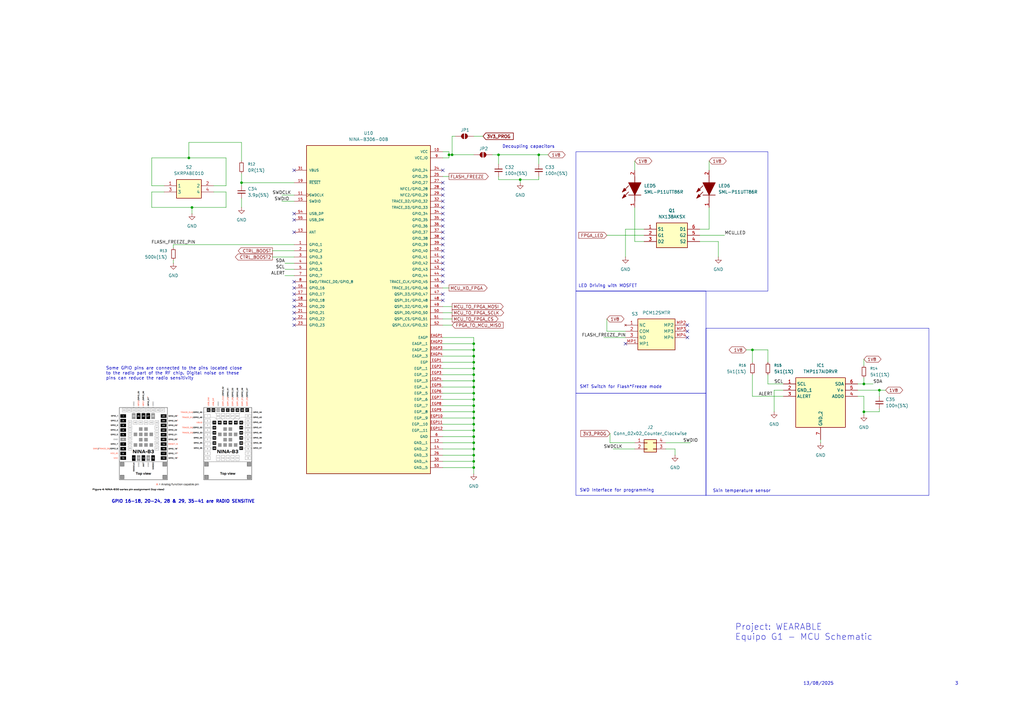
<source format=kicad_sch>
(kicad_sch (version 20250114) (generator "eeschema") (generator_version "9.0")
  (paper "A3")
  (lib_symbols
    (symbol "Connector_Generic:Conn_02x02_Counter_Clockwise" (pin_names (offset 1.016) (hide yes))
      (property "Reference" "J" (at 1.27 2.54 0))
      (property "Value" "Conn_02x02_Counter_Clockwise" (at 1.27 -5.08 0))
      (symbol "Conn_02x02_Counter_Clockwise_1_1"
        (rectangle (start -1.27 1.27) (end 3.81 -3.81) (stroke (width 0.254)) (fill (type background)))
        (rectangle (start -1.27 0.127) (end 0 -0.127) (stroke (width 0.1524)))
        (rectangle (start -1.27 -2.413) (end 0 -2.667) (stroke (width 0.1524)))
        (rectangle (start 3.81 0.127) (end 2.54 -0.127) (stroke (width 0.1524)))
        (rectangle (start 3.81 -2.413) (end 2.54 -2.667) (stroke (width 0.1524)))
        (pin passive line (at -5.08 0 0) (length 3.81) (name "Pin_1") (number "1"))
        (pin passive line (at -5.08 -2.54 0) (length 3.81) (name "Pin_2") (number "2"))
        (pin passive line (at 7.62 0 180) (length 3.81) (name "Pin_4") (number "4"))
        (pin passive line (at 7.62 -2.54 180) (length 3.81) (name "Pin_3") (number "3"))
      )
    )
    (symbol "Device:C_Small" (pin_numbers (hide yes)) (pin_names (offset 0.254) (hide yes))
      (property "Reference" "C" (at 0.254 1.778 0))
      (property "Value" "C_Small" (at 0.254 -2.032 0))
      (symbol "C_Small_0_1"
        (polyline (pts (xy -1.524 0.508) (xy 1.524 0.508)) (stroke (width 0.3048)))
        (polyline (pts (xy -1.524 -0.508) (xy 1.524 -0.508)) (stroke (width 0.3302)))
      )
      (symbol "C_Small_1_1"
        (pin passive line (at 0 2.54 270) (length 2.032) (name "~") (number "1"))
        (pin passive line (at 0 -2.54 90) (length 2.032) (name "~") (number "2"))
      )
    )
    (symbol "Device:R_Small" (pin_numbers (hide yes)) (pin_names (offset 0.254) (hide yes))
      (property "Reference" "R" (at 0 0 90))
      (property "Value" "R_Small" (at 1.778 0 90))
      (symbol "R_Small_0_1"
        (rectangle (start -0.762 1.778) (end 0.762 -1.778) (stroke (width 0.2032)))
      )
      (symbol "R_Small_1_1"
        (pin passive line (at 0 2.54 270) (length 0.762) (name "~") (number "1"))
        (pin passive line (at 0 -2.54 90) (length 0.762) (name "~") (number "2"))
      )
    )
    (symbol "Jumper:SolderJumper_2_Open" (pin_numbers (hide yes)) (pin_names (offset 0) (hide yes)) (in_bom no)
      (property "Reference" "JP" (at 0 2.032 0))
      (property "Value" "SolderJumper_2_Open" (at 0 -2.54 0))
      (symbol "SolderJumper_2_Open_0_1"
        (polyline (pts (xy -0.254 1.016) (xy -0.254 -1.016)))
        (arc (start -0.254 -1.016) (mid -1.2656 0) (end -0.254 1.016))
        (arc (start -0.254 -1.016) (mid -1.2656 0) (end -0.254 1.016) (fill (type outline)))
        (arc (start 0.254 1.016) (mid 1.2656 0) (end 0.254 -1.016))
        (arc (start 0.254 1.016) (mid 1.2656 0) (end 0.254 -1.016) (fill (type outline)))
        (polyline (pts (xy 0.254 1.016) (xy 0.254 -1.016)))
      )
      (symbol "SolderJumper_2_Open_1_1"
        (pin passive line (at -3.81 0 0) (length 2.54) (name "A") (number "1"))
        (pin passive line (at 3.81 0 180) (length 2.54) (name "B") (number "2"))
      )
    )
    (symbol "power:GND" (power) (pin_numbers (hide yes)) (pin_names (offset 0) (hide yes))
      (property "Value" "GND" (at 0 -3.81 0))
      (symbol "GND_0_1"
        (polyline (pts (xy 0 0) (xy 0 -1.27) (xy 1.27 -1.27) (xy 0 -2.54) (xy -1.27 -1.27) (xy 0 -1.27)))
      )
      (symbol "GND_1_1"
        (pin power_in line (at 0 0 270) (length 0) (name "~") (number "1"))
      )
    )
    (symbol "wearable:NINA-B306-00B" (pin_names (offset 1.016))
      (property "Reference" "U" (at -25.4 44.45 0))
      (property "Value" "NINA-B306-00B" (at -25.4 -92.71 0))
      (symbol "NINA-B306-00B_0_0"
        (rectangle (start -25.4 -91.44) (end 25.4 43.18) (stroke (width 0.254)) (fill (type background)))
        (pin input line (at -30.48 33.02 0) (length 5.08) (name "VBUS") (number "31"))
        (pin bidirectional line (at -30.48 27.94 0) (length 5.08) (name "~{RESET}") (number "19"))
        (pin input clock (at -30.48 22.86 0) (length 5.08) (name "SWDCLK") (number "11"))
        (pin bidirectional line (at -30.48 20.32 0) (length 5.08) (name "SWDIO") (number "15"))
        (pin bidirectional line (at -30.48 15.24 0) (length 5.08) (name "USB_DP") (number "54"))
        (pin bidirectional line (at -30.48 12.7 0) (length 5.08) (name "USB_DM") (number "55"))
        (pin bidirectional line (at -30.48 7.62 0) (length 5.08) (name "ANT") (number "13"))
        (pin bidirectional line (at -30.48 2.54 0) (length 5.08) (name "GPIO_1") (number "1"))
        (pin bidirectional line (at -30.48 0 0) (length 5.08) (name "GPIO_2") (number "2"))
        (pin bidirectional line (at -30.48 -2.54 0) (length 5.08) (name "GPIO_3") (number "3"))
        (pin bidirectional line (at -30.48 -5.08 0) (length 5.08) (name "GPIO_4") (number "4"))
        (pin bidirectional line (at -30.48 -7.62 0) (length 5.08) (name "GPIO_5") (number "5"))
        (pin bidirectional line (at -30.48 -10.16 0) (length 5.08) (name "GPIO_7") (number "7"))
        (pin bidirectional line (at -30.48 -12.7 0) (length 5.08) (name "SWO/TRACE_D0/GPIO_8") (number "8"))
        (pin bidirectional line (at -30.48 -15.24 0) (length 5.08) (name "GPIO_16") (number "16"))
        (pin bidirectional line (at -30.48 -17.78 0) (length 5.08) (name "GPIO_17") (number "17"))
        (pin bidirectional line (at -30.48 -20.32 0) (length 5.08) (name "GPIO_18") (number "18"))
        (pin bidirectional line (at -30.48 -22.86 0) (length 5.08) (name "GPIO_20") (number "20"))
        (pin bidirectional line (at -30.48 -25.4 0) (length 5.08) (name "GPIO_21") (number "21"))
        (pin bidirectional line (at -30.48 -27.94 0) (length 5.08) (name "GPIO_22") (number "22"))
        (pin bidirectional line (at -30.48 -30.48 0) (length 5.08) (name "GPIO_23") (number "23"))
        (pin power_in line (at 30.48 40.64 180) (length 5.08) (name "VCC") (number "10"))
        (pin power_in line (at 30.48 38.1 180) (length 5.08) (name "VCC_IO") (number "9"))
        (pin bidirectional line (at 30.48 33.02 180) (length 5.08) (name "GPIO_24") (number "24"))
        (pin bidirectional line (at 30.48 30.48 180) (length 5.08) (name "GPIO_25") (number "25"))
        (pin bidirectional line (at 30.48 27.94 180) (length 5.08) (name "GPIO_27") (number "27"))
        (pin bidirectional line (at 30.48 25.4 180) (length 5.08) (name "NFC1/GPIO_28") (number "28"))
        (pin bidirectional line (at 30.48 22.86 180) (length 5.08) (name "NFC2/GPIO_29") (number "29"))
        (pin bidirectional line (at 30.48 20.32 180) (length 5.08) (name "TRACE_D2/GPIO_32") (number "32"))
        (pin bidirectional line (at 30.48 17.78 180) (length 5.08) (name "TRACE_D3/GPIO_33") (number "33"))
        (pin bidirectional line (at 30.48 15.24 180) (length 5.08) (name "GPIO_34") (number "34"))
        (pin bidirectional line (at 30.48 12.7 180) (length 5.08) (name "GPIO_35") (number "35"))
        (pin bidirectional line (at 30.48 10.16 180) (length 5.08) (name "GPIO_36") (number "36"))
        (pin bidirectional line (at 30.48 7.62 180) (length 5.08) (name "GPIO_37") (number "37"))
        (pin bidirectional line (at 30.48 5.08 180) (length 5.08) (name "GPIO_38") (number "38"))
        (pin bidirectional line (at 30.48 2.54 180) (length 5.08) (name "GPIO_39") (number "39"))
        (pin bidirectional line (at 30.48 0 180) (length 5.08) (name "GPIO_40") (number "40"))
        (pin bidirectional line (at 30.48 -2.54 180) (length 5.08) (name "GPIO_41") (number "41"))
        (pin bidirectional line (at 30.48 -5.08 180) (length 5.08) (name "GPIO_42") (number "42"))
        (pin bidirectional line (at 30.48 -7.62 180) (length 5.08) (name "GPIO_43") (number "43"))
        (pin bidirectional line (at 30.48 -10.16 180) (length 5.08) (name "GPIO_44") (number "44"))
        (pin bidirectional line (at 30.48 -12.7 180) (length 5.08) (name "TRACE_CLK/GPIO_45") (number "45"))
        (pin bidirectional line (at 30.48 -15.24 180) (length 5.08) (name "TRACE_D1/GPIO_46") (number "46"))
        (pin bidirectional line (at 30.48 -17.78 180) (length 5.08) (name "QSPI_D3/GPIO_47") (number "47"))
        (pin bidirectional line (at 30.48 -20.32 180) (length 5.08) (name "QSPI_D1/GPIO_48") (number "48"))
        (pin bidirectional line (at 30.48 -22.86 180) (length 5.08) (name "QSPI_D2/GPIO_49") (number "49"))
        (pin bidirectional line (at 30.48 -25.4 180) (length 5.08) (name "QSPI_D0/GPIO_50") (number "50"))
        (pin bidirectional line (at 30.48 -27.94 180) (length 5.08) (name "QSPI_CS/GPIO_51") (number "51"))
        (pin bidirectional line (at 30.48 -30.48 180) (length 5.08) (name "QSPI_CLK/GPIO_52") (number "52"))
        (pin power_in line (at 30.48 -35.56 180) (length 5.08) (name "EAGP") (number "EAGP1"))
        (pin power_in line (at 30.48 -38.1 180) (length 5.08) (name "EAGP__1") (number "EAGP2"))
        (pin power_in line (at 30.48 -40.64 180) (length 5.08) (name "EAGP__2") (number "EAGP3"))
        (pin power_in line (at 30.48 -43.18 180) (length 5.08) (name "EAGP__3") (number "EAGP4"))
        (pin power_in line (at 30.48 -45.72 180) (length 5.08) (name "EGP") (number "EGP1"))
        (pin power_in line (at 30.48 -48.26 180) (length 5.08) (name "EGP__1") (number "EGP2"))
        (pin power_in line (at 30.48 -50.8 180) (length 5.08) (name "EGP__2") (number "EGP3"))
        (pin power_in line (at 30.48 -53.34 180) (length 5.08) (name "EGP__3") (number "EGP4"))
        (pin power_in line (at 30.48 -55.88 180) (length 5.08) (name "EGP__4") (number "EGP5"))
        (pin power_in line (at 30.48 -58.42 180) (length 5.08) (name "EGP__5") (number "EGP6"))
        (pin power_in line (at 30.48 -60.96 180) (length 5.08) (name "EGP__6") (number "EGP7"))
        (pin power_in line (at 30.48 -63.5 180) (length 5.08) (name "EGP__7") (number "EGP8"))
        (pin power_in line (at 30.48 -66.04 180) (length 5.08) (name "EGP__8") (number "EGP9"))
        (pin power_in line (at 30.48 -68.58 180) (length 5.08) (name "EGP__9") (number "EGP10"))
        (pin power_in line (at 30.48 -71.12 180) (length 5.08) (name "EGP__10") (number "EGP11"))
        (pin power_in line (at 30.48 -73.66 180) (length 5.08) (name "EGP__11") (number "EGP12"))
        (pin power_in line (at 30.48 -76.2 180) (length 5.08) (name "GND") (number "6"))
        (pin power_in line (at 30.48 -78.74 180) (length 5.08) (name "GND__1") (number "12"))
        (pin power_in line (at 30.48 -81.28 180) (length 5.08) (name "GND__2") (number "14"))
        (pin power_in line (at 30.48 -83.82 180) (length 5.08) (name "GND__3") (number "26"))
        (pin power_in line (at 30.48 -86.36 180) (length 5.08) (name "GND__4") (number "30"))
        (pin power_in line (at 30.48 -88.9 180) (length 5.08) (name "GND__5") (number "53"))
      )
    )
    (symbol "wearable:NX138AKSX"
      (property "Reference" "Q" (at 19.05 7.62 0))
      (property "Value" "NX138AKSX" (at 19.05 5.08 0))
      (symbol "NX138AKSX_1_1"
        (rectangle (start 5.08 2.54) (end 17.78 -7.62) (stroke (width 0.254)) (fill (type background)))
        (pin passive line (at 0 0 0) (length 5.08) (name "S1") (number "1"))
        (pin passive line (at 0 -2.54 0) (length 5.08) (name "G1") (number "2"))
        (pin passive line (at 0 -5.08 0) (length 5.08) (name "D2") (number "3"))
        (pin passive line (at 22.86 0 180) (length 5.08) (name "D1") (number "6"))
        (pin passive line (at 22.86 -2.54 180) (length 5.08) (name "G2") (number "5"))
        (pin passive line (at 22.86 -5.08 180) (length 5.08) (name "S2") (number "4"))
      )
    )
    (symbol "wearable:PCM12SMTR"
      (property "Reference" "S" (at 21.59 7.62 0))
      (property "Value" "PCM12SMTR" (at 21.59 5.08 0))
      (symbol "PCM12SMTR_1_1"
        (rectangle (start 5.08 2.54) (end 20.32 -10.16) (stroke (width 0.254)) (fill (type background)))
        (pin no_connect line (at 0 0 0) (length 5.08) (name "NC") (number "1"))
        (pin passive line (at 0 -2.54 0) (length 5.08) (name "COM") (number "2"))
        (pin passive line (at 0 -5.08 0) (length 5.08) (name "NO") (number "3"))
        (pin passive line (at 0 -7.62 0) (length 5.08) (name "MP1") (number "MP1"))
        (pin passive line (at 25.4 0 180) (length 5.08) (name "MP2") (number "MP2"))
        (pin passive line (at 25.4 -2.54 180) (length 5.08) (name "MP3") (number "MP3"))
        (pin passive line (at 25.4 -5.08 180) (length 5.08) (name "MP4") (number "MP4"))
      )
    )
    (symbol "wearable:SKRPABE010"
      (property "Reference" "S" (at 16.51 7.62 0))
      (property "Value" "SKRPABE010" (at 16.51 5.08 0))
      (symbol "SKRPABE010_1_1"
        (rectangle (start 5.08 2.54) (end 15.24 -5.08) (stroke (width 0.254)) (fill (type background)))
        (pin passive line (at 0 0 0) (length 5.08) (name "1") (number "1"))
        (pin passive line (at 0 -2.54 0) (length 5.08) (name "3") (number "3"))
        (pin passive line (at 20.32 0 180) (length 5.08) (name "2") (number "2"))
        (pin passive line (at 20.32 -2.54 180) (length 5.08) (name "4") (number "4"))
      )
    )
    (symbol "wearable:SML-P11UTT86R" (pin_names (hide yes))
      (property "Reference" "LED" (at 12.7 8.89 0))
      (property "Value" "SML-P11UTT86R" (at 12.7 6.35 0))
      (symbol "SML-P11UTT86R_1_1"
        (polyline (pts (xy 2.54 0) (xy 5.08 0)) (stroke (width 0.254)))
        (polyline (pts (xy 5.08 2.54) (xy 5.08 -2.54)) (stroke (width 0.254)))
        (polyline (pts (xy 5.08 0) (xy 10.16 2.54) (xy 10.16 -2.54) (xy 5.08 0)) (stroke (width 0.254)) (fill (type outline)))
        (polyline (pts (xy 5.334 4.318) (xy 4.572 3.556) (xy 3.81 5.08) (xy 5.334 4.318)) (stroke (width 0.254)) (fill (type outline)))
        (polyline (pts (xy 6.35 2.54) (xy 3.81 5.08)) (stroke (width 0.254)))
        (polyline (pts (xy 7.874 4.318) (xy 7.112 3.556) (xy 6.35 5.08) (xy 7.874 4.318)) (stroke (width 0.254)) (fill (type outline)))
        (polyline (pts (xy 8.89 2.54) (xy 6.35 5.08)) (stroke (width 0.254)))
        (polyline (pts (xy 10.16 0) (xy 12.7 0)) (stroke (width 0.254)))
        (pin passive line (at 0 0 0) (length 2.54) (name "K") (number "1"))
        (pin passive line (at 15.24 0 180) (length 2.54) (name "A") (number "2"))
      )
    )
    (symbol "wearable:TMP117AIDRVR"
      (property "Reference" "IC" (at 26.67 7.62 0))
      (property "Value" "TMP117AIDRVR" (at 26.67 5.08 0))
      (symbol "TMP117AIDRVR_1_1"
        (rectangle (start 5.08 2.54) (end 25.4 -17.78) (stroke (width 0.254)) (fill (type background)))
        (pin passive line (at 0 0 0) (length 5.08) (name "SCL") (number "1"))
        (pin passive line (at 0 -2.54 0) (length 5.08) (name "GND_1") (number "2"))
        (pin passive line (at 0 -5.08 0) (length 5.08) (name "ALERT") (number "3"))
        (pin passive line (at 15.24 -22.86 90) (length 5.08) (name "GND_2") (number "7"))
        (pin passive line (at 30.48 0 180) (length 5.08) (name "SDA") (number "6"))
        (pin passive line (at 30.48 -2.54 180) (length 5.08) (name "V+") (number "5"))
        (pin passive line (at 30.48 -5.08 180) (length 5.08) (name "ADD0") (number "4"))
      )
    )
  )
  (rectangle (start 236.22 119.38) (end 289.56 161.29))
  (rectangle (start 289.56 134.62) (end 381 203.2))
  (rectangle (start 236.22 62.23) (end 314.96 119.38))
  (rectangle (start 236.22 161.29) (end 289.56 203.2))
  (text "13/08/2025" (at 329.438 280.416 0) (effects (font (size 1.27 1.27)) (justify left)))
  (text "Decoupling capacitors\n" (at 205.994 60.198 0) (effects (font (size 1.27 1.27)) (justify left)))
  (text "3\n" (at 391.668 280.416 0) (effects (font (size 1.27 1.27)) (justify left)))
  (text "SWD Interface for programming" (at 237.744 201.168 0) (effects (font (size 1.27 1.27)) (justify left)))
  (text "SMT Switch for Flash*Freeze mode" (at 237.744 158.75 0) (effects (font (size 1.27 1.27)) (justify left)))
  (text "Project: WEARABLE\nEquipo G1 - MCU Schematic\n\n" (at 301.498 261.366 0) (effects (font (size 2.54 2.54)) (justify left)))
  (text "Skin temperature sensor" (at 292.354 201.422 0) (effects (font (size 1.27 1.27)) (justify left)))
  (text "Some GPIO pins are connected to the pins located close\nto the radio part of the RF chip. Digital noise on these\npins can reduce the radio sensitivity" (at 43.434 153.162 0) (effects (font (size 1.27 1.27)) (justify left)))
  (text "LED Driving with MOSFET\n" (at 237.236 117.348 0) (effects (font (size 1.27 1.27)) (justify left)))
  (text "GPIO 16-18, 20-24, 28 & 29, 35-41 are RADIO SENSITIVE" (at 45.72 205.74 0) (effects (font (size 1.27 1.27) (thickness 0.254) (bold yes)) (justify left)))
  (junction (at 184.15 63.5))
  (junction (at 194.31 176.53))
  (junction (at 194.31 189.23))
  (junction (at 220.98 63.5))
  (junction (at 194.31 184.15))
  (junction (at 78.74 85.09))
  (junction (at 354.33 157.48))
  (junction (at 194.31 173.99))
  (junction (at 77.47 64.77))
  (junction (at 194.31 158.75))
  (junction (at 194.31 186.69))
  (junction (at 194.31 156.21))
  (junction (at 194.31 181.61))
  (junction (at 194.31 168.91))
  (junction (at 185.42 63.5))
  (junction (at 194.31 151.13))
  (junction (at 194.31 166.37))
  (junction (at 194.31 191.77))
  (junction (at 99.06 74.93))
  (junction (at 194.31 163.83))
  (junction (at 194.31 161.29))
  (junction (at 194.31 140.97))
  (junction (at 194.31 153.67))
  (junction (at 360.68 160.02))
  (junction (at 194.31 143.51))
  (junction (at 194.31 146.05))
  (junction (at 354.33 168.91))
  (junction (at 308.61 143.51))
  (junction (at 194.31 171.45))
  (junction (at 213.36 73.66))
  (junction (at 194.31 148.59))
  (junction (at 194.31 179.07))
  (junction (at 204.47 63.5))
  (no_connect (at 181.61 69.85))
  (no_connect (at 181.61 92.71))
  (no_connect (at 256.54 140.97))
  (no_connect (at 181.61 115.57))
  (no_connect (at 120.65 123.19))
  (no_connect (at 181.61 113.03))
  (no_connect (at 181.61 95.25))
  (no_connect (at 181.61 97.79))
  (no_connect (at 181.61 123.19))
  (no_connect (at 181.61 74.93))
  (no_connect (at 120.65 90.17))
  (no_connect (at 281.94 138.43))
  (no_connect (at 181.61 85.09))
  (no_connect (at 120.65 125.73))
  (no_connect (at 120.65 118.11))
  (no_connect (at 120.65 115.57))
  (no_connect (at 181.61 90.17))
  (no_connect (at 120.65 95.25))
  (no_connect (at 120.65 69.85))
  (no_connect (at 181.61 105.41))
  (no_connect (at 181.61 82.55))
  (no_connect (at 120.65 130.81))
  (no_connect (at 181.61 80.01))
  (no_connect (at 120.65 133.35))
  (no_connect (at 181.61 102.87))
  (no_connect (at 120.65 128.27))
  (no_connect (at 181.61 100.33))
  (no_connect (at 181.61 110.49))
  (no_connect (at 281.94 133.35))
  (no_connect (at 281.94 135.89))
  (no_connect (at 181.61 107.95))
  (no_connect (at 120.65 87.63))
  (no_connect (at 181.61 87.63))
  (no_connect (at 181.61 120.65))
  (no_connect (at 120.65 120.65))
  (no_connect (at 181.61 77.47))
  (wire (pts (xy 256.54 135.89) (xy 248.92 135.89)))
  (wire (pts (xy 181.61 163.83) (xy 194.31 163.83)))
  (wire (pts (xy 276.86 184.15) (xy 276.86 186.69)))
  (wire (pts (xy 77.47 64.77) (xy 92.71 64.77)))
  (wire (pts (xy 71.12 100.33) (xy 120.65 100.33)))
  (wire (pts (xy 194.31 168.91) (xy 194.31 171.45)))
  (wire (pts (xy 77.47 58.42) (xy 99.06 58.42)))
  (wire (pts (xy 204.47 63.5) (xy 204.47 67.31)))
  (wire (pts (xy 184.15 63.5) (xy 184.15 64.77)))
  (wire (pts (xy 111.76 105.41) (xy 120.65 105.41)))
  (wire (pts (xy 250.19 177.8) (xy 250.19 181.61)))
  (wire (pts (xy 99.06 71.12) (xy 99.06 74.93)))
  (wire (pts (xy 194.31 181.61) (xy 194.31 184.15)))
  (wire (pts (xy 360.68 160.02) (xy 363.22 160.02)))
  (wire (pts (xy 360.68 160.02) (xy 360.68 162.56)))
  (wire (pts (xy 181.61 181.61) (xy 194.31 181.61)))
  (wire (pts (xy 260.35 66.04) (xy 260.35 69.85)))
  (wire (pts (xy 194.31 189.23) (xy 194.31 191.77)))
  (wire (pts (xy 251.46 184.15) (xy 260.35 184.15)))
  (wire (pts (xy 194.31 143.51) (xy 194.31 146.05)))
  (wire (pts (xy 62.23 78.74) (xy 67.31 78.74)))
  (wire (pts (xy 181.61 186.69) (xy 194.31 186.69)))
  (wire (pts (xy 116.84 107.95) (xy 120.65 107.95)))
  (wire (pts (xy 92.71 76.2) (xy 87.63 76.2)))
  (wire (pts (xy 184.15 62.23) (xy 184.15 63.5)))
  (wire (pts (xy 194.31 184.15) (xy 194.31 186.69)))
  (wire (pts (xy 194.31 173.99) (xy 194.31 176.53)))
  (wire (pts (xy 87.63 78.74) (xy 92.71 78.74)))
  (wire (pts (xy 220.98 63.5) (xy 224.79 63.5)))
  (wire (pts (xy 181.61 133.35) (xy 185.42 133.35)))
  (wire (pts (xy 256.54 93.98) (xy 256.54 105.41)))
  (wire (pts (xy 354.33 157.48) (xy 358.14 157.48)))
  (wire (pts (xy 71.12 100.33) (xy 71.12 101.6)))
  (wire (pts (xy 185.42 63.5) (xy 194.31 63.5)))
  (wire (pts (xy 194.31 176.53) (xy 194.31 179.07)))
  (wire (pts (xy 213.36 73.66) (xy 213.36 74.93)))
  (wire (pts (xy 185.42 63.5) (xy 185.42 55.88)))
  (wire (pts (xy 351.79 160.02) (xy 360.68 160.02)))
  (wire (pts (xy 194.31 158.75) (xy 194.31 161.29)))
  (wire (pts (xy 78.74 85.09) (xy 78.74 87.63)))
  (wire (pts (xy 247.65 138.43) (xy 256.54 138.43)))
  (wire (pts (xy 194.31 156.21) (xy 194.31 158.75)))
  (wire (pts (xy 181.61 128.27) (xy 185.42 128.27)))
  (wire (pts (xy 181.61 118.11) (xy 184.15 118.11)))
  (wire (pts (xy 181.61 168.91) (xy 194.31 168.91)))
  (wire (pts (xy 92.71 64.77) (xy 92.71 76.2)))
  (wire (pts (xy 308.61 162.56) (xy 321.31 162.56)))
  (wire (pts (xy 184.15 63.5) (xy 185.42 63.5)))
  (wire (pts (xy 62.23 85.09) (xy 78.74 85.09)))
  (wire (pts (xy 194.31 153.67) (xy 194.31 156.21)))
  (wire (pts (xy 317.5 168.91) (xy 317.5 160.02)))
  (wire (pts (xy 354.33 162.56) (xy 354.33 168.91)))
  (wire (pts (xy 71.12 106.68) (xy 71.12 107.95)))
  (wire (pts (xy 194.31 55.88) (xy 198.12 55.88)))
  (wire (pts (xy 181.61 143.51) (xy 194.31 143.51)))
  (wire (pts (xy 204.47 72.39) (xy 204.47 73.66)))
  (wire (pts (xy 194.31 161.29) (xy 194.31 163.83)))
  (wire (pts (xy 181.61 171.45) (xy 194.31 171.45)))
  (wire (pts (xy 92.71 78.74) (xy 92.71 85.09)))
  (wire (pts (xy 194.31 151.13) (xy 194.31 153.67)))
  (wire (pts (xy 115.57 80.01) (xy 120.65 80.01)))
  (wire (pts (xy 351.79 157.48) (xy 354.33 157.48)))
  (wire (pts (xy 184.15 64.77) (xy 181.61 64.77)))
  (wire (pts (xy 181.61 173.99) (xy 194.31 173.99)))
  (wire (pts (xy 213.36 73.66) (xy 220.98 73.66)))
  (wire (pts (xy 290.83 66.04) (xy 290.83 69.85)))
  (wire (pts (xy 62.23 85.09) (xy 62.23 78.74)))
  (wire (pts (xy 248.92 130.81) (xy 248.92 135.89)))
  (wire (pts (xy 287.02 99.06) (xy 294.64 99.06)))
  (wire (pts (xy 62.23 64.77) (xy 77.47 64.77)))
  (wire (pts (xy 181.61 148.59) (xy 194.31 148.59)))
  (wire (pts (xy 264.16 99.06) (xy 260.35 99.06)))
  (wire (pts (xy 181.61 138.43) (xy 194.31 138.43)))
  (wire (pts (xy 181.61 125.73) (xy 185.42 125.73)))
  (wire (pts (xy 181.61 176.53) (xy 194.31 176.53)))
  (wire (pts (xy 354.33 147.32) (xy 354.33 149.86)))
  (wire (pts (xy 306.07 143.51) (xy 308.61 143.51)))
  (wire (pts (xy 321.31 157.48) (xy 314.96 157.48)))
  (wire (pts (xy 194.31 171.45) (xy 194.31 173.99)))
  (wire (pts (xy 181.61 151.13) (xy 194.31 151.13)))
  (wire (pts (xy 181.61 158.75) (xy 194.31 158.75)))
  (wire (pts (xy 194.31 146.05) (xy 194.31 148.59)))
  (wire (pts (xy 181.61 140.97) (xy 194.31 140.97)))
  (wire (pts (xy 99.06 76.2) (xy 99.06 74.93)))
  (wire (pts (xy 62.23 76.2) (xy 62.23 64.77)))
  (wire (pts (xy 290.83 93.98) (xy 290.83 85.09)))
  (wire (pts (xy 194.31 186.69) (xy 194.31 189.23)))
  (wire (pts (xy 220.98 63.5) (xy 220.98 67.31)))
  (wire (pts (xy 294.64 99.06) (xy 294.64 105.41)))
  (wire (pts (xy 181.61 161.29) (xy 194.31 161.29)))
  (wire (pts (xy 194.31 179.07) (xy 194.31 181.61)))
  (wire (pts (xy 181.61 166.37) (xy 194.31 166.37)))
  (wire (pts (xy 181.61 191.77) (xy 194.31 191.77)))
  (wire (pts (xy 351.79 162.56) (xy 354.33 162.56)))
  (wire (pts (xy 78.74 85.09) (xy 92.71 85.09)))
  (wire (pts (xy 194.31 191.77) (xy 194.31 194.31)))
  (wire (pts (xy 181.61 179.07) (xy 194.31 179.07)))
  (wire (pts (xy 287.02 96.52) (xy 297.18 96.52)))
  (wire (pts (xy 194.31 148.59) (xy 194.31 151.13)))
  (wire (pts (xy 308.61 162.56) (xy 308.61 153.67)))
  (wire (pts (xy 99.06 58.42) (xy 99.06 66.04)))
  (wire (pts (xy 287.02 93.98) (xy 290.83 93.98)))
  (wire (pts (xy 317.5 160.02) (xy 321.31 160.02)))
  (wire (pts (xy 220.98 73.66) (xy 220.98 72.39)))
  (wire (pts (xy 194.31 140.97) (xy 194.31 143.51)))
  (wire (pts (xy 360.68 168.91) (xy 360.68 167.64)))
  (wire (pts (xy 273.05 184.15) (xy 276.86 184.15)))
  (wire (pts (xy 194.31 138.43) (xy 194.31 140.97)))
  (wire (pts (xy 99.06 74.93) (xy 120.65 74.93)))
  (wire (pts (xy 181.61 72.39) (xy 184.15 72.39)))
  (wire (pts (xy 77.47 64.77) (xy 77.47 58.42)))
  (wire (pts (xy 181.61 62.23) (xy 184.15 62.23)))
  (wire (pts (xy 204.47 73.66) (xy 213.36 73.66)))
  (wire (pts (xy 204.47 63.5) (xy 220.98 63.5)))
  (wire (pts (xy 181.61 146.05) (xy 194.31 146.05)))
  (wire (pts (xy 185.42 55.88) (xy 186.69 55.88)))
  (wire (pts (xy 99.06 81.28) (xy 99.06 85.09)))
  (wire (pts (xy 256.54 93.98) (xy 264.16 93.98)))
  (wire (pts (xy 308.61 143.51) (xy 314.96 143.51)))
  (wire (pts (xy 67.31 76.2) (xy 62.23 76.2)))
  (wire (pts (xy 248.92 96.52) (xy 264.16 96.52)))
  (wire (pts (xy 260.35 99.06) (xy 260.35 85.09)))
  (wire (pts (xy 354.33 168.91) (xy 360.68 168.91)))
  (wire (pts (xy 181.61 189.23) (xy 194.31 189.23)))
  (wire (pts (xy 116.84 113.03) (xy 120.65 113.03)))
  (wire (pts (xy 115.57 82.55) (xy 120.65 82.55)))
  (wire (pts (xy 181.61 153.67) (xy 194.31 153.67)))
  (wire (pts (xy 181.61 184.15) (xy 194.31 184.15)))
  (wire (pts (xy 201.93 63.5) (xy 204.47 63.5)))
  (wire (pts (xy 181.61 156.21) (xy 194.31 156.21)))
  (wire (pts (xy 194.31 166.37) (xy 194.31 168.91)))
  (wire (pts (xy 111.76 102.87) (xy 120.65 102.87)))
  (wire (pts (xy 336.55 180.34) (xy 336.55 181.61)))
  (wire (pts (xy 116.84 110.49) (xy 120.65 110.49)))
  (wire (pts (xy 260.35 181.61) (xy 250.19 181.61)))
  (wire (pts (xy 354.33 157.48) (xy 354.33 154.94)))
  (wire (pts (xy 314.96 148.59) (xy 314.96 143.51)))
  (wire (pts (xy 194.31 163.83) (xy 194.31 166.37)))
  (wire (pts (xy 314.96 157.48) (xy 314.96 153.67)))
  (wire (pts (xy 181.61 130.81) (xy 185.42 130.81)))
  (wire (pts (xy 354.33 168.91) (xy 354.33 170.18)))
  (wire (pts (xy 273.05 181.61) (xy 283.21 181.61)))
  (wire (pts (xy 308.61 143.51) (xy 308.61 148.59)))
  (image (at 72.39 179.832) (scale 0.259656))
  (label "ALERT" (at 116.84 113.03 180) (effects (font (thickness 0.1588))))
  (label "SCL" (at 317.5 157.48 0) (effects (font (thickness 0.1588))))
  (label "SDA" (at 358.14 157.48 0) (effects (font (thickness 0.1588))))
  (label "FLASH_FREEZE_PIN" (at 247.65 138.43 0))
  (label "SWDCLK" (at 115.57 80.01 0))
  (label "MCU_LED" (at 297.18 96.52 0))
  (label "SCL" (at 116.84 110.49 180) (effects (font (thickness 0.1588))))
  (label "SWDIO" (at 115.57 82.55 0))
  (label "SDA" (at 116.84 107.95 180) (effects (font (thickness 0.1588))))
  (label "FLASH_FREEZE_PIN" (at 71.12 100.33 0))
  (label "ALERT" (at 311.15 162.56 0) (effects (font (thickness 0.1588))))
  (label "SWDIO" (at 283.21 181.61 0))
  (label "SWDCLK" (at 251.46 184.15 0))
  (global_label "1V8" (shape bidirectional) (at 306.07 143.51 180) (property "Intersheetrefs" "${INTERSHEET_REFS}" (effects (hide yes))))
  (global_label "1V8" (shape bidirectional) (at 260.35 66.04 0) (property "Intersheetrefs" "${INTERSHEET_REFS}" (effects (hide yes))))
  (global_label "FPGA_TO_MCU_MISO" (shape input) (at 185.42 133.35 0) (property "Intersheetrefs" "${INTERSHEET_REFS}" (effects (hide yes))))
  (global_label "MCU_TO_FPGA_SCLK" (shape output) (at 185.42 128.27 0) (property "Intersheetrefs" "${INTERSHEET_REFS}" (effects (hide yes))))
  (global_label "MCU_TO_FPGA_CS" (shape output) (at 185.42 130.81 0) (property "Intersheetrefs" "${INTERSHEET_REFS}" (effects (hide yes))))
  (global_label "3V3_PROG" (shape input) (at 198.12 55.88 0) (effects (font (thickness 0.254) (bold yes))) (property "Intersheetrefs" "${INTERSHEET_REFS}" (effects (hide yes))))
  (global_label "MCU_XO_FPGA" (shape output) (at 184.15 118.11 0) (property "Intersheetrefs" "${INTERSHEET_REFS}" (effects (hide yes))))
  (global_label "1V8" (shape bidirectional) (at 363.22 160.02 0) (property "Intersheetrefs" "${INTERSHEET_REFS}" (effects (hide yes))))
  (global_label "MCU_TO_FPGA_MOSI" (shape output) (at 185.42 125.73 0) (property "Intersheetrefs" "${INTERSHEET_REFS}" (effects (hide yes))))
  (global_label "CTRL_BOOST" (shape output) (at 111.76 102.87 180) (property "Intersheetrefs" "${INTERSHEET_REFS}" (effects (hide yes))))
  (global_label "1V8" (shape bidirectional) (at 224.79 63.5 0) (property "Intersheetrefs" "${INTERSHEET_REFS}" (effects (hide yes))))
  (global_label "FPGA_LED" (shape input) (at 248.92 96.52 180) (property "Intersheetrefs" "${INTERSHEET_REFS}" (effects (hide yes))))
  (global_label "FLASH_FREEZE" (shape output) (at 184.15 72.39 0) (property "Intersheetrefs" "${INTERSHEET_REFS}" (effects (hide yes))))
  (global_label "3V3_PROG" (shape input) (at 250.19 177.8 180) (effects (font (thickness 0.1588))) (property "Intersheetrefs" "${INTERSHEET_REFS}" (effects (hide yes))))
  (global_label "CTRL_BOOST2" (shape output) (at 111.76 105.41 180) (property "Intersheetrefs" "${INTERSHEET_REFS}" (effects (hide yes))))
  (global_label "1V8" (shape bidirectional) (at 248.92 130.81 0) (property "Intersheetrefs" "${INTERSHEET_REFS}" (effects (hide yes))))
  (global_label "1V8" (shape bidirectional) (at 354.33 147.32 0) (property "Intersheetrefs" "${INTERSHEET_REFS}" (effects (hide yes))))
  (global_label "1V8" (shape bidirectional) (at 290.83 66.04 0) (property "Intersheetrefs" "${INTERSHEET_REFS}" (effects (hide yes))))
  (symbol (lib_id "wearable:SML-P11UTT86R") (at 260.35 85.09 90) (unit 1)
    (property "Reference" "LED5" (at 264.16 76.1999 90) (effects (justify right)))
    (property "Value" "SML-P11UTT86R" (at 264.16 78.7399 90) (effects (justify right)))
    (property "Footprint" "wearable:KDZLV100" (effects (hide yes)))
    (property "Datasheet" "https://datasheet.datasheetarchive.com/originals/distributors/Datasheets_SAMA/73e45240dc22d6138ffe9baf2b813dcb.pdf" (effects (hide yes)))
    (property "Description" "PICOLED-Eco LED Red 6.3mcd SMT1006(0402)" (effects (hide yes)))
    (property "Mouser Part Number" "755-SML-P11UTT86R" (effects (hide yes)))
    (property "Mouser Price/Stock" "https://www.mouser.co.uk/ProductDetail/ROHM-Semiconductor/SML-P11UTT86R?qs=Ei%2Fnxee9QYhZCfOujmGTCA%3D%3D" (effects (hide yes)))
    (property "Manufacturer_Name" "ROHM Semiconductor" (effects (hide yes)))
    (property "Manufacturer_Part_Number" "SML-P11UTT86R" (effects (hide yes)))
  )
  (symbol (lib_id "wearable:SML-P11UTT86R") (at 290.83 85.09 90) (unit 1)
    (property "Reference" "LED6" (at 294.64 76.1999 90) (effects (justify right)))
    (property "Value" "SML-P11UTT86R" (at 294.64 78.7399 90) (effects (justify right)))
    (property "Footprint" "wearable:KDZLV100" (effects (hide yes)))
    (property "Datasheet" "https://datasheet.datasheetarchive.com/originals/distributors/Datasheets_SAMA/73e45240dc22d6138ffe9baf2b813dcb.pdf" (effects (hide yes)))
    (property "Description" "PICOLED-Eco LED Red 6.3mcd SMT1006(0402)" (effects (hide yes)))
    (property "Mouser Part Number" "755-SML-P11UTT86R" (effects (hide yes)))
    (property "Mouser Price/Stock" "https://www.mouser.co.uk/ProductDetail/ROHM-Semiconductor/SML-P11UTT86R?qs=Ei%2Fnxee9QYhZCfOujmGTCA%3D%3D" (effects (hide yes)))
    (property "Manufacturer_Name" "ROHM Semiconductor" (effects (hide yes)))
    (property "Manufacturer_Part_Number" "SML-P11UTT86R" (effects (hide yes)))
  )
  (symbol (lib_id "Device:R_Small") (at 99.06 68.58 180) (unit 1)
    (property "Reference" "R12" (at 101.6 67.3099 0) (effects (font (size 1.016 1.016)) (justify right)))
    (property "Value" "0R(1%)" (at 101.6 69.8499 0) (effects (justify right)))
    (property "Footprint" "Resistor_SMD:R_0402_1005Metric" (effects (hide yes)))
    (property "Description" "Resistor, small symbol" (effects (hide yes)))
  )
  (symbol (lib_id "power:GND") (at 354.33 170.18 0) (mirror y) (unit 1)
    (property "Reference" "#PWR050" (effects (hide yes)))
    (property "Value" "GND" (at 354.33 175.26 0))
    (property "Description" "Power symbol creates a global label with name \"GND\" , ground" (effects (hide yes)))
  )
  (symbol (lib_id "Device:R_Small") (at 354.33 152.4 180) (unit 1)
    (property "Reference" "R14" (at 356.87 151.1299 0) (effects (font (size 1.016 1.016)) (justify right)))
    (property "Value" "5k1(1%)" (at 356.87 153.6699 0) (effects (justify right)))
    (property "Footprint" "Resistor_SMD:R_0402_1005Metric" (effects (hide yes)))
    (property "Description" "Resistor, small symbol" (effects (hide yes)))
  )
  (symbol (lib_id "Device:C_Small") (at 99.06 78.74 0) (unit 1)
    (property "Reference" "C34" (at 101.6 77.4762 0) (effects (justify left)))
    (property "Value" "3.9p(5%)" (at 101.6 80.0162 0) (effects (justify left)))
    (property "Footprint" "Capacitor_SMD:C_0402_1005Metric" (effects (hide yes)))
    (property "Description" "Unpolarized capacitor, small symbol" (effects (hide yes)))
  )
  (symbol (lib_id "Device:R_Small") (at 308.61 151.13 0) (mirror x) (unit 1)
    (property "Reference" "R16" (at 306.07 149.8599 0) (effects (font (size 1.016 1.016)) (justify right)))
    (property "Value" "5k1(1%)" (at 306.07 152.3999 0) (effects (justify right)))
    (property "Footprint" "Resistor_SMD:R_0402_1005Metric" (effects (hide yes)))
    (property "Description" "Resistor, small symbol" (effects (hide yes)))
  )
  (symbol (lib_id "Jumper:SolderJumper_2_Open") (at 190.5 55.88 0) (unit 1) (in_bom no)
    (property "Reference" "JP1" (at 190.754 53.34 0))
    (property "Value" "SolderJumper_2_Open" (effects (hide yes)))
    (property "Footprint" "Jumper:SolderJumper-2_P1.3mm_Open_RoundedPad1.0x1.5mm" (effects (hide yes)))
    (property "Description" "Solder Jumper, 2-pole, open" (effects (hide yes)))
  )
  (symbol (lib_id "Jumper:SolderJumper_2_Open") (at 198.12 63.5 0) (unit 1) (in_bom no)
    (property "Reference" "JP2" (at 198.374 60.96 0))
    (property "Value" "SolderJumper_2_Open" (effects (hide yes)))
    (property "Footprint" "Jumper:SolderJumper-2_P1.3mm_Open_RoundedPad1.0x1.5mm" (effects (hide yes)))
    (property "Description" "Solder Jumper, 2-pole, open" (effects (hide yes)))
  )
  (symbol (lib_id "Device:C_Small") (at 360.68 165.1 0) (unit 1)
    (property "Reference" "C35" (at 363.22 163.8362 0) (effects (justify left)))
    (property "Value" "100n(5%)" (at 363.22 166.3762 0) (effects (justify left)))
    (property "Footprint" "Capacitor_SMD:C_0402_1005Metric" (effects (hide yes)))
    (property "Description" "Unpolarized capacitor, small symbol" (effects (hide yes)))
  )
  (symbol (lib_id "Device:C_Small") (at 204.47 69.85 0) (unit 1)
    (property "Reference" "C32" (at 207.01 68.5862 0) (effects (justify left)))
    (property "Value" "100n(5%)" (at 207.01 71.1262 0) (effects (justify left)))
    (property "Footprint" "Capacitor_SMD:C_0402_1005Metric" (effects (hide yes)))
    (property "Description" "Unpolarized capacitor, small symbol" (effects (hide yes)))
  )
  (symbol (lib_id "Device:C_Small") (at 220.98 69.85 0) (unit 1)
    (property "Reference" "C33" (at 223.52 68.5862 0) (effects (justify left)))
    (property "Value" "100n(5%)" (at 223.52 71.1262 0) (effects (justify left)))
    (property "Footprint" "Capacitor_SMD:C_0402_1005Metric" (effects (hide yes)))
    (property "Description" "Unpolarized capacitor, small symbol" (effects (hide yes)))
  )
  (symbol (lib_id "power:GND") (at 213.36 74.93 0) (unit 1)
    (property "Reference" "#PWR042" (effects (hide yes)))
    (property "Value" "GND" (at 213.36 80.01 0))
    (property "Description" "Power symbol creates a global label with name \"GND\" , ground" (effects (hide yes)))
  )
  (symbol (lib_id "wearable:NINA-B306-00B") (at 151.13 102.87 0) (unit 1)
    (property "Reference" "U10" (at 151.13 54.61 0))
    (property "Value" "NINA-B306-00B" (at 151.13 57.15 0))
    (property "Footprint" "wearable:XCVR_NINA-B306-00B" (effects (hide yes)))
    (property "PARTREV" "R07" (effects (hide yes)))
    (property "MANUFACTURER" "UBLOX" (effects (hide yes)))
    (property "MAXIMUM_PACKAGE_HEIGHT" "2.23mm" (effects (hide yes)))
    (property "STANDARD" "Manufacturer Recommendations" (effects (hide yes)))
  )
  (symbol (lib_id "Device:R_Small") (at 314.96 151.13 0) (mirror y) (unit 1)
    (property "Reference" "R15" (at 317.5 149.8599 0) (effects (font (size 1.016 1.016)) (justify right)))
    (property "Value" "5k1(1%)" (at 317.5 152.3999 0) (effects (justify right)))
    (property "Footprint" "Resistor_SMD:R_0402_1005Metric" (effects (hide yes)))
    (property "Description" "Resistor, small symbol" (effects (hide yes)))
  )
  (symbol (lib_id "power:GND") (at 194.31 194.31 0) (unit 1)
    (property "Reference" "#PWR041" (effects (hide yes)))
    (property "Value" "GND" (at 194.31 199.39 0))
    (property "Description" "Power symbol creates a global label with name \"GND\" , ground" (effects (hide yes)))
  )
  (symbol (lib_id "wearable:PCM12SMTR") (at 256.54 133.35 0) (unit 1)
    (property "Reference" "S3" (at 260.35 128.778 0))
    (property "Value" "PCM12SMTR" (at 269.24 128.27 0))
    (property "Footprint" "wearable:PCM12SMTR" (effects (hide yes)))
    (property "Datasheet" "https://www.ckswitches.com/media/1424/pcm.pdf" (effects (hide yes)))
    (property "Description" "Slide Switches 0.3A SPDT ON-ON" (effects (hide yes)))
    (property "Height" "1.4" (effects (hide yes)))
    (property "Mouser Part Number" "611-PCM12SMTR" (effects (hide yes)))
    (property "Mouser Price/Stock" "https://www.mouser.co.uk/ProductDetail/CK/PCM12SMTR?qs=mfFuHy8STfL3qrPSfCHA7w%3D%3D" (effects (hide yes)))
    (property "Manufacturer_Name" "C & K COMPONENTS" (effects (hide yes)))
    (property "Manufacturer_Part_Number" "PCM12SMTR" (effects (hide yes)))
  )
  (symbol (lib_id "wearable:SKRPABE010") (at 67.31 76.2 0) (unit 1)
    (property "Reference" "S2" (at 77.47 68.58 0))
    (property "Value" "SKRPABE010" (at 77.47 71.12 0))
    (property "Footprint" "wearable:SKRPABE010" (effects (hide yes)))
    (property "Datasheet" "https://tech.alpsalpine.com/e/products/detail/SKRPABE010/" (effects (hide yes)))
    (property "Description" "Switch Tactile N.O. SPST Button J-Bend 0.05A 16VDC 1.57N SMD Automotive T/R" (effects (hide yes)))
    (property "Height" "2.5" (effects (hide yes)))
    (property "Mouser Part Number" "688-SKRPAB" (effects (hide yes)))
    (property "Mouser Price/Stock" "https://www.mouser.co.uk/ProductDetail/Alps-Alpine/SKRPABE010?qs=m0BA540hBPe1GpcSf%2FZ5Yw%3D%3D" (effects (hide yes)))
    (property "Manufacturer_Name" "ALPS Electric" (effects (hide yes)))
    (property "Manufacturer_Part_Number" "SKRPABE010" (effects (hide yes)))
  )
  (symbol (lib_id "wearable:TMP117AIDRVR") (at 321.31 157.48 0) (unit 1)
    (property "Reference" "IC1" (at 336.55 149.86 0))
    (property "Value" "TMP117AIDRVR" (at 336.55 152.4 0))
    (property "Footprint" "wearable:SON65P200X200X80-7N" (effects (hide yes)))
    (property "Datasheet" "http://www.ti.com/lit/gpn/tmp117" (effects (hide yes)))
    (property "Description" "+/-0.1C Accurate Digital Temperature Sensor with Integrated NV Memory" (effects (hide yes)))
    (property "Height" "0.8" (effects (hide yes)))
    (property "Mouser Part Number" "595-TMP117AIDRVR" (effects (hide yes)))
    (property "Mouser Price/Stock" "https://www.mouser.co.uk/ProductDetail/Texas-Instruments/TMP117AIDRVR?qs=qSfuJ%252Bfl%2Fd6nh9h5HydMXQ%3D%3D" (effects (hide yes)))
    (property "Manufacturer_Name" "Texas Instruments" (effects (hide yes)))
    (property "Manufacturer_Part_Number" "TMP117AIDRVR" (effects (hide yes)))
  )
  (symbol (lib_id "power:GND") (at 256.54 105.41 0) (unit 1)
    (property "Reference" "#PWR045" (effects (hide yes)))
    (property "Value" "GND" (at 256.54 110.49 0))
    (property "Description" "Power symbol creates a global label with name \"GND\" , ground" (effects (hide yes)))
  )
  (symbol (lib_id "power:GND") (at 99.06 85.09 0) (unit 1)
    (property "Reference" "#PWR043" (effects (hide yes)))
    (property "Value" "GND" (at 99.06 90.17 0))
    (property "Description" "Power symbol creates a global label with name \"GND\" , ground" (effects (hide yes)))
  )
  (symbol (lib_id "Device:R_Small") (at 71.12 104.14 0) (mirror x) (unit 1)
    (property "Reference" "R13" (at 68.58 102.8699 0) (effects (font (size 1.016 1.016)) (justify right)))
    (property "Value" "500k(1%)" (at 68.58 105.4099 0) (effects (justify right)))
    (property "Footprint" "Resistor_SMD:R_0402_1005Metric" (effects (hide yes)))
    (property "Description" "Resistor, small symbol" (effects (hide yes)))
  )
  (symbol (lib_id "power:GND") (at 71.12 107.95 0) (mirror y) (unit 1)
    (property "Reference" "#PWR047" (effects (hide yes)))
    (property "Value" "GND" (at 71.12 113.03 0))
    (property "Description" "Power symbol creates a global label with name \"GND\" , ground" (effects (hide yes)))
  )
  (symbol (lib_id "Connector_Generic:Conn_02x02_Counter_Clockwise") (at 265.43 181.61 0) (unit 1)
    (property "Reference" "J2" (at 266.7 175.26 0))
    (property "Value" "Conn_02x02_Counter_Clockwise" (at 266.7 177.8 0))
    (property "Footprint" "Connector_PinHeader_1.27mm:PinHeader_2x02_P1.27mm_Vertical" (effects (hide yes)))
    (property "Description" "Generic connector, double row, 02x02, counter clockwise pin numbering scheme (similar to DIP package numbering), script generated (kicad-library-utils/schlib/autogen/connector/)" (effects (hide yes)))
  )
  (symbol (lib_id "power:GND") (at 78.74 87.63 0) (unit 1)
    (property "Reference" "#PWR044" (effects (hide yes)))
    (property "Value" "GND" (at 78.74 92.71 0))
    (property "Description" "Power symbol creates a global label with name \"GND\" , ground" (effects (hide yes)))
  )
  (symbol (lib_id "power:GND") (at 336.55 181.61 0) (mirror y) (unit 1)
    (property "Reference" "#PWR049" (effects (hide yes)))
    (property "Value" "GND" (at 336.55 186.69 0))
    (property "Description" "Power symbol creates a global label with name \"GND\" , ground" (effects (hide yes)))
  )
  (symbol (lib_id "power:GND") (at 317.5 168.91 0) (mirror y) (unit 1)
    (property "Reference" "#PWR051" (effects (hide yes)))
    (property "Value" "GND" (at 317.5 173.99 0))
    (property "Description" "Power symbol creates a global label with name \"GND\" , ground" (effects (hide yes)))
  )
  (symbol (lib_id "power:GND") (at 276.86 186.69 0) (unit 1)
    (property "Reference" "#PWR048" (effects (hide yes)))
    (property "Value" "GND" (at 276.86 191.77 0))
    (property "Description" "Power symbol creates a global label with name \"GND\" , ground" (effects (hide yes)))
  )
  (symbol (lib_id "power:GND") (at 294.64 105.41 0) (unit 1)
    (property "Reference" "#PWR046" (effects (hide yes)))
    (property "Value" "GND" (at 294.64 110.49 0))
    (property "Description" "Power symbol creates a global label with name \"GND\" , ground" (effects (hide yes)))
  )
  (symbol (lib_id "wearable:NX138AKSX") (at 264.16 93.98 0) (unit 1)
    (property "Reference" "Q1" (at 275.59 86.36 0))
    (property "Value" "NX138AKSX" (at 275.59 88.9 0))
    (property "Footprint" "wearable:NX138AKSX" (effects (hide yes)))
    (property "Datasheet" "https://assets.nexperia.com/documents/data-sheet/NX138AKS.pdf" (effects (hide yes)))
    (property "Description" "Mosfet Array 60V 170mA (Ta) 325mW Surface Mount 6-TSSOP" (effects (hide yes)))
    (property "Height" "1.1" (effects (hide yes)))
    (property "Mouser Part Number" "771-NX138AKSX" (effects (hide yes)))
    (property "Mouser Price/Stock" "https://www.mouser.co.uk/ProductDetail/Nexperia/NX138AKSX?qs=1fQ7IOp4WrhoAGKondJv5w%3D%3D" (effects (hide yes)))
    (property "Manufacturer_Name" "Nexperia" (effects (hide yes)))
    (property "Manufacturer_Part_Number" "NX138AKSX" (effects (hide yes)))
  )
)
</source>
